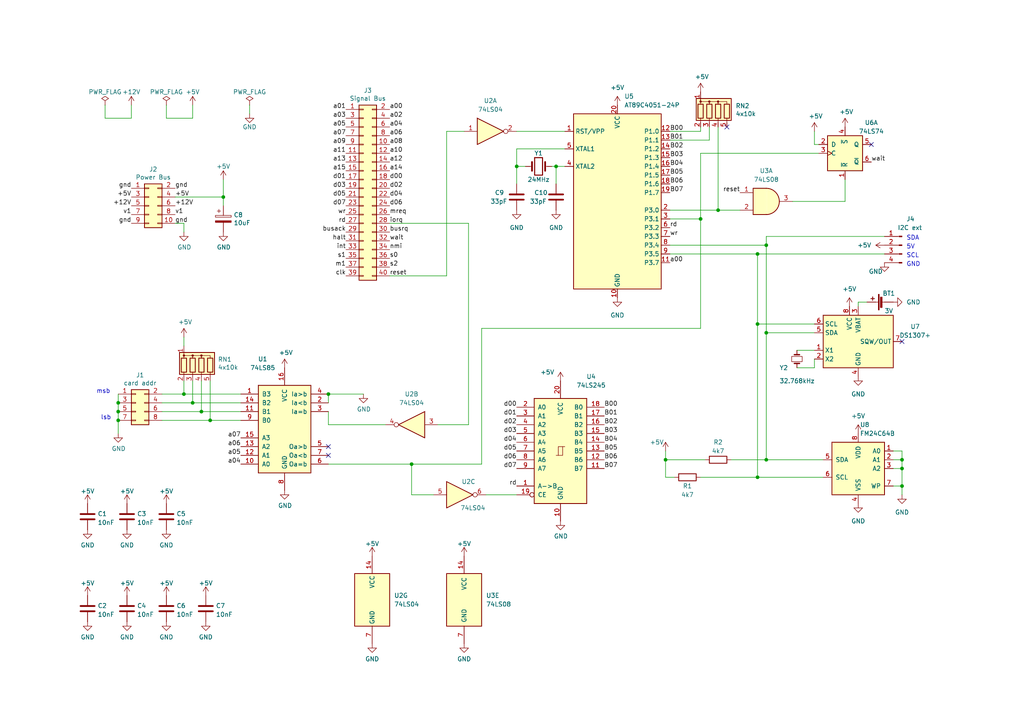
<source format=kicad_sch>
(kicad_sch (version 20211123) (generator eeschema)
  (paper "A4")
  (lib_symbols
    (symbol "74xx:74LS04"
      (property "Reference" "U" (at 0 1.27 0))
      (property "Value" "74LS04" (at 0 -1.27 0))
      (symbol "74LS04_1_0"
        (pin input line (at -7.62 0 0) (length 3.81) (name "~") (number "1"))
        (pin output inverted (at 7.62 0 180) (length 3.81) (name "~") (number "2"))
      )
      (symbol "74LS04_2_0"
        (pin input line (at -7.62 0 0) (length 3.81) (name "~") (number "3"))
        (pin output inverted (at 7.62 0 180) (length 3.81) (name "~") (number "4"))
      )
      (symbol "74LS04_3_0"
        (pin input line (at -7.62 0 0) (length 3.81) (name "~") (number "5"))
        (pin output inverted (at 7.62 0 180) (length 3.81) (name "~") (number "6"))
      )
      (symbol "74LS04_4_0"
        (pin output inverted (at 7.62 0 180) (length 3.81) (name "~") (number "8"))
        (pin input line (at -7.62 0 0) (length 3.81) (name "~") (number "9"))
      )
      (symbol "74LS04_5_0"
        (pin output inverted (at 7.62 0 180) (length 3.81) (name "~") (number "10"))
        (pin input line (at -7.62 0 0) (length 3.81) (name "~") (number "11"))
      )
      (symbol "74LS04_6_0"
        (pin output inverted (at 7.62 0 180) (length 3.81) (name "~") (number "12"))
        (pin input line (at -7.62 0 0) (length 3.81) (name "~") (number "13"))
      )
      (symbol "74LS04_7_0"
        (pin power_in line (at 0 12.7 270) (length 5.08) (name "VCC") (number "14"))
        (pin power_in line (at 0 -12.7 90) (length 5.08) (name "GND") (number "7"))
      )
    )
    (symbol "74xx:74LS08" (pin_names (offset 1.016))
      (property "Reference" "U" (at 0 1.27 0))
      (property "Value" "74LS08" (at 0 -1.27 0))
      (symbol "74LS08_1_1"
        (pin input line (at -7.62 2.54 0) (length 3.81) (name "~") (number "1"))
        (pin input line (at -7.62 -2.54 0) (length 3.81) (name "~") (number "2"))
        (pin output line (at 7.62 0 180) (length 3.81) (name "~") (number "3"))
      )
      (symbol "74LS08_1_2"
        (pin input inverted (at -7.62 2.54 0) (length 4.318) (name "~") (number "1"))
        (pin input inverted (at -7.62 -2.54 0) (length 4.318) (name "~") (number "2"))
        (pin output inverted (at 7.62 0 180) (length 3.81) (name "~") (number "3"))
      )
      (symbol "74LS08_2_1"
        (pin input line (at -7.62 2.54 0) (length 3.81) (name "~") (number "4"))
        (pin input line (at -7.62 -2.54 0) (length 3.81) (name "~") (number "5"))
        (pin output line (at 7.62 0 180) (length 3.81) (name "~") (number "6"))
      )
      (symbol "74LS08_2_2"
        (pin input inverted (at -7.62 2.54 0) (length 4.318) (name "~") (number "4"))
        (pin input inverted (at -7.62 -2.54 0) (length 4.318) (name "~") (number "5"))
        (pin output inverted (at 7.62 0 180) (length 3.81) (name "~") (number "6"))
      )
      (symbol "74LS08_3_1"
        (pin input line (at -7.62 -2.54 0) (length 3.81) (name "~") (number "10"))
        (pin output line (at 7.62 0 180) (length 3.81) (name "~") (number "8"))
        (pin input line (at -7.62 2.54 0) (length 3.81) (name "~") (number "9"))
      )
      (symbol "74LS08_3_2"
        (pin input inverted (at -7.62 -2.54 0) (length 4.318) (name "~") (number "10"))
        (pin output inverted (at 7.62 0 180) (length 3.81) (name "~") (number "8"))
        (pin input inverted (at -7.62 2.54 0) (length 4.318) (name "~") (number "9"))
      )
      (symbol "74LS08_4_1"
        (pin output line (at 7.62 0 180) (length 3.81) (name "~") (number "11"))
        (pin input line (at -7.62 2.54 0) (length 3.81) (name "~") (number "12"))
        (pin input line (at -7.62 -2.54 0) (length 3.81) (name "~") (number "13"))
      )
      (symbol "74LS08_4_2"
        (pin output inverted (at 7.62 0 180) (length 3.81) (name "~") (number "11"))
        (pin input inverted (at -7.62 2.54 0) (length 4.318) (name "~") (number "12"))
        (pin input inverted (at -7.62 -2.54 0) (length 4.318) (name "~") (number "13"))
      )
      (symbol "74LS08_5_0"
        (pin power_in line (at 0 12.7 270) (length 5.08) (name "VCC") (number "14"))
        (pin power_in line (at 0 -12.7 90) (length 5.08) (name "GND") (number "7"))
      )
    )
    (symbol "74xx:74LS245" (pin_names (offset 1.016))
      (property "Reference" "U" (at -7.62 16.51 0))
      (property "Value" "74LS245" (at -7.62 -16.51 0))
      (symbol "74LS245_1_0"
        (pin input line (at -12.7 -10.16 0) (length 5.08) (name "A->B") (number "1"))
        (pin power_in line (at 0 -20.32 90) (length 5.08) (name "GND") (number "10"))
        (pin tri_state line (at 12.7 -5.08 180) (length 5.08) (name "B7") (number "11"))
        (pin tri_state line (at 12.7 -2.54 180) (length 5.08) (name "B6") (number "12"))
        (pin tri_state line (at 12.7 0 180) (length 5.08) (name "B5") (number "13"))
        (pin tri_state line (at 12.7 2.54 180) (length 5.08) (name "B4") (number "14"))
        (pin tri_state line (at 12.7 5.08 180) (length 5.08) (name "B3") (number "15"))
        (pin tri_state line (at 12.7 7.62 180) (length 5.08) (name "B2") (number "16"))
        (pin tri_state line (at 12.7 10.16 180) (length 5.08) (name "B1") (number "17"))
        (pin tri_state line (at 12.7 12.7 180) (length 5.08) (name "B0") (number "18"))
        (pin input inverted (at -12.7 -12.7 0) (length 5.08) (name "CE") (number "19"))
        (pin tri_state line (at -12.7 12.7 0) (length 5.08) (name "A0") (number "2"))
        (pin power_in line (at 0 20.32 270) (length 5.08) (name "VCC") (number "20"))
        (pin tri_state line (at -12.7 10.16 0) (length 5.08) (name "A1") (number "3"))
        (pin tri_state line (at -12.7 7.62 0) (length 5.08) (name "A2") (number "4"))
        (pin tri_state line (at -12.7 5.08 0) (length 5.08) (name "A3") (number "5"))
        (pin tri_state line (at -12.7 2.54 0) (length 5.08) (name "A4") (number "6"))
        (pin tri_state line (at -12.7 0 0) (length 5.08) (name "A5") (number "7"))
        (pin tri_state line (at -12.7 -2.54 0) (length 5.08) (name "A6") (number "8"))
        (pin tri_state line (at -12.7 -5.08 0) (length 5.08) (name "A7") (number "9"))
      )
    )
    (symbol "74xx:74LS74" (pin_names (offset 1.016))
      (property "Reference" "U" (at -7.62 8.89 0))
      (property "Value" "74LS74" (at -7.62 -8.89 0))
      (symbol "74LS74_1_0"
        (pin input line (at 0 -7.62 90) (length 2.54) (name "~{R}") (number "1"))
        (pin input line (at -7.62 2.54 0) (length 2.54) (name "D") (number "2"))
        (pin input clock (at -7.62 0 0) (length 2.54) (name "C") (number "3"))
        (pin input line (at 0 7.62 270) (length 2.54) (name "~{S}") (number "4"))
        (pin output line (at 7.62 2.54 180) (length 2.54) (name "Q") (number "5"))
        (pin output line (at 7.62 -2.54 180) (length 2.54) (name "~{Q}") (number "6"))
      )
      (symbol "74LS74_2_0"
        (pin input line (at 0 7.62 270) (length 2.54) (name "~{S}") (number "10"))
        (pin input clock (at -7.62 0 0) (length 2.54) (name "C") (number "11"))
        (pin input line (at -7.62 2.54 0) (length 2.54) (name "D") (number "12"))
        (pin input line (at 0 -7.62 90) (length 2.54) (name "~{R}") (number "13"))
        (pin output line (at 7.62 -2.54 180) (length 2.54) (name "~{Q}") (number "8"))
        (pin output line (at 7.62 2.54 180) (length 2.54) (name "Q") (number "9"))
      )
      (symbol "74LS74_3_0"
        (pin power_in line (at 0 10.16 270) (length 2.54) (name "VCC") (number "14"))
        (pin power_in line (at 0 -10.16 90) (length 2.54) (name "GND") (number "7"))
      )
    )
    (symbol "74xx:74LS85" (pin_names (offset 1.016))
      (property "Reference" "U" (at -7.62 13.97 0))
      (property "Value" "74LS85" (at -7.62 -13.97 0))
      (symbol "74LS85_1_0"
        (pin input line (at -12.7 10.16 0) (length 5.08) (name "B3") (number "1"))
        (pin input line (at -12.7 -10.16 0) (length 5.08) (name "A0") (number "10"))
        (pin input line (at -12.7 5.08 0) (length 5.08) (name "B1") (number "11"))
        (pin input line (at -12.7 -7.62 0) (length 5.08) (name "A1") (number "12"))
        (pin input line (at -12.7 -5.08 0) (length 5.08) (name "A2") (number "13"))
        (pin input line (at -12.7 7.62 0) (length 5.08) (name "B2") (number "14"))
        (pin input line (at -12.7 -2.54 0) (length 5.08) (name "A3") (number "15"))
        (pin power_in line (at 0 17.78 270) (length 5.08) (name "VCC") (number "16"))
        (pin input line (at 12.7 7.62 180) (length 5.08) (name "Ia<b") (number "2"))
        (pin input line (at 12.7 5.08 180) (length 5.08) (name "Ia=b") (number "3"))
        (pin input line (at 12.7 10.16 180) (length 5.08) (name "Ia>b") (number "4"))
        (pin output line (at 12.7 -5.08 180) (length 5.08) (name "Oa>b") (number "5"))
        (pin output line (at 12.7 -10.16 180) (length 5.08) (name "Oa=b") (number "6"))
        (pin output line (at 12.7 -7.62 180) (length 5.08) (name "Oa<b") (number "7"))
        (pin power_in line (at 0 -17.78 90) (length 5.08) (name "GND") (number "8"))
        (pin input line (at -12.7 2.54 0) (length 5.08) (name "B0") (number "9"))
      )
    )
    (symbol "Connector:Conn_01x04_Male" (pin_names (offset 1.016) hide)
      (property "Reference" "J" (at 0 5.08 0))
      (property "Value" "Conn_01x04_Male" (at 0 -7.62 0))
      (symbol "Conn_01x04_Male_1_1"
        (pin passive line (at 5.08 2.54 180) (length 3.81) (name "Pin_1") (number "1"))
        (pin passive line (at 5.08 0 180) (length 3.81) (name "Pin_2") (number "2"))
        (pin passive line (at 5.08 -2.54 180) (length 3.81) (name "Pin_3") (number "3"))
        (pin passive line (at 5.08 -5.08 180) (length 3.81) (name "Pin_4") (number "4"))
      )
    )
    (symbol "Connector_Generic:Conn_02x04_Odd_Even" (pin_names (offset 1.016) hide)
      (property "Reference" "J" (at 1.27 5.08 0))
      (property "Value" "Conn_02x04_Odd_Even" (at 1.27 -7.62 0))
      (symbol "Conn_02x04_Odd_Even_1_1"
        (pin passive line (at -5.08 2.54 0) (length 3.81) (name "Pin_1") (number "1"))
        (pin passive line (at 7.62 2.54 180) (length 3.81) (name "Pin_2") (number "2"))
        (pin passive line (at -5.08 0 0) (length 3.81) (name "Pin_3") (number "3"))
        (pin passive line (at 7.62 0 180) (length 3.81) (name "Pin_4") (number "4"))
        (pin passive line (at -5.08 -2.54 0) (length 3.81) (name "Pin_5") (number "5"))
        (pin passive line (at 7.62 -2.54 180) (length 3.81) (name "Pin_6") (number "6"))
        (pin passive line (at -5.08 -5.08 0) (length 3.81) (name "Pin_7") (number "7"))
        (pin passive line (at 7.62 -5.08 180) (length 3.81) (name "Pin_8") (number "8"))
      )
    )
    (symbol "Connector_Generic:Conn_02x05_Odd_Even" (pin_names (offset 1.016) hide)
      (property "Reference" "J" (at 1.27 7.62 0))
      (property "Value" "Conn_02x05_Odd_Even" (at 1.27 -7.62 0))
      (symbol "Conn_02x05_Odd_Even_1_1"
        (pin passive line (at -5.08 5.08 0) (length 3.81) (name "Pin_1") (number "1"))
        (pin passive line (at 7.62 -5.08 180) (length 3.81) (name "Pin_10") (number "10"))
        (pin passive line (at 7.62 5.08 180) (length 3.81) (name "Pin_2") (number "2"))
        (pin passive line (at -5.08 2.54 0) (length 3.81) (name "Pin_3") (number "3"))
        (pin passive line (at 7.62 2.54 180) (length 3.81) (name "Pin_4") (number "4"))
        (pin passive line (at -5.08 0 0) (length 3.81) (name "Pin_5") (number "5"))
        (pin passive line (at 7.62 0 180) (length 3.81) (name "Pin_6") (number "6"))
        (pin passive line (at -5.08 -2.54 0) (length 3.81) (name "Pin_7") (number "7"))
        (pin passive line (at 7.62 -2.54 180) (length 3.81) (name "Pin_8") (number "8"))
        (pin passive line (at -5.08 -5.08 0) (length 3.81) (name "Pin_9") (number "9"))
      )
    )
    (symbol "Connector_Generic:Conn_02x20_Odd_Even" (pin_names (offset 1.016) hide)
      (property "Reference" "J" (at 1.27 25.4 0))
      (property "Value" "Conn_02x20_Odd_Even" (at 1.27 -27.94 0))
      (symbol "Conn_02x20_Odd_Even_1_1"
        (pin passive line (at -5.08 22.86 0) (length 3.81) (name "Pin_1") (number "1"))
        (pin passive line (at 7.62 12.7 180) (length 3.81) (name "Pin_10") (number "10"))
        (pin passive line (at -5.08 10.16 0) (length 3.81) (name "Pin_11") (number "11"))
        (pin passive line (at 7.62 10.16 180) (length 3.81) (name "Pin_12") (number "12"))
        (pin passive line (at -5.08 7.62 0) (length 3.81) (name "Pin_13") (number "13"))
        (pin passive line (at 7.62 7.62 180) (length 3.81) (name "Pin_14") (number "14"))
        (pin passive line (at -5.08 5.08 0) (length 3.81) (name "Pin_15") (number "15"))
        (pin passive line (at 7.62 5.08 180) (length 3.81) (name "Pin_16") (number "16"))
        (pin passive line (at -5.08 2.54 0) (length 3.81) (name "Pin_17") (number "17"))
        (pin passive line (at 7.62 2.54 180) (length 3.81) (name "Pin_18") (number "18"))
        (pin passive line (at -5.08 0 0) (length 3.81) (name "Pin_19") (number "19"))
        (pin passive line (at 7.62 22.86 180) (length 3.81) (name "Pin_2") (number "2"))
        (pin passive line (at 7.62 0 180) (length 3.81) (name "Pin_20") (number "20"))
        (pin passive line (at -5.08 -2.54 0) (length 3.81) (name "Pin_21") (number "21"))
        (pin passive line (at 7.62 -2.54 180) (length 3.81) (name "Pin_22") (number "22"))
        (pin passive line (at -5.08 -5.08 0) (length 3.81) (name "Pin_23") (number "23"))
        (pin passive line (at 7.62 -5.08 180) (length 3.81) (name "Pin_24") (number "24"))
        (pin passive line (at -5.08 -7.62 0) (length 3.81) (name "Pin_25") (number "25"))
        (pin passive line (at 7.62 -7.62 180) (length 3.81) (name "Pin_26") (number "26"))
        (pin passive line (at -5.08 -10.16 0) (length 3.81) (name "Pin_27") (number "27"))
        (pin passive line (at 7.62 -10.16 180) (length 3.81) (name "Pin_28") (number "28"))
        (pin passive line (at -5.08 -12.7 0) (length 3.81) (name "Pin_29") (number "29"))
        (pin passive line (at -5.08 20.32 0) (length 3.81) (name "Pin_3") (number "3"))
        (pin passive line (at 7.62 -12.7 180) (length 3.81) (name "Pin_30") (number "30"))
        (pin passive line (at -5.08 -15.24 0) (length 3.81) (name "Pin_31") (number "31"))
        (pin passive line (at 7.62 -15.24 180) (length 3.81) (name "Pin_32") (number "32"))
        (pin passive line (at -5.08 -17.78 0) (length 3.81) (name "Pin_33") (number "33"))
        (pin passive line (at 7.62 -17.78 180) (length 3.81) (name "Pin_34") (number "34"))
        (pin passive line (at -5.08 -20.32 0) (length 3.81) (name "Pin_35") (number "35"))
        (pin passive line (at 7.62 -20.32 180) (length 3.81) (name "Pin_36") (number "36"))
        (pin passive line (at -5.08 -22.86 0) (length 3.81) (name "Pin_37") (number "37"))
        (pin passive line (at 7.62 -22.86 180) (length 3.81) (name "Pin_38") (number "38"))
        (pin passive line (at -5.08 -25.4 0) (length 3.81) (name "Pin_39") (number "39"))
        (pin passive line (at 7.62 20.32 180) (length 3.81) (name "Pin_4") (number "4"))
        (pin passive line (at 7.62 -25.4 180) (length 3.81) (name "Pin_40") (number "40"))
        (pin passive line (at -5.08 17.78 0) (length 3.81) (name "Pin_5") (number "5"))
        (pin passive line (at 7.62 17.78 180) (length 3.81) (name "Pin_6") (number "6"))
        (pin passive line (at -5.08 15.24 0) (length 3.81) (name "Pin_7") (number "7"))
        (pin passive line (at 7.62 15.24 180) (length 3.81) (name "Pin_8") (number "8"))
        (pin passive line (at -5.08 12.7 0) (length 3.81) (name "Pin_9") (number "9"))
      )
    )
    (symbol "Device:Battery_Cell" (pin_numbers hide) (pin_names (offset 0) hide)
      (property "Reference" "BT" (at 2.54 2.54 0))
      (property "Value" "Battery_Cell" (at 2.54 0 0))
      (symbol "Battery_Cell_1_1"
        (pin passive line (at 0 5.08 270) (length 2.54) (name "+") (number "1"))
        (pin passive line (at 0 -2.54 90) (length 2.54) (name "-") (number "2"))
      )
    )
    (symbol "Device:C" (pin_numbers hide) (pin_names (offset 0.254))
      (property "Reference" "C" (at 0.635 2.54 0))
      (property "Value" "C" (at 0.635 -2.54 0))
      (symbol "C_1_1"
        (pin passive line (at 0 3.81 270) (length 2.794) (name "~") (number "1"))
        (pin passive line (at 0 -3.81 90) (length 2.794) (name "~") (number "2"))
      )
    )
    (symbol "Device:CP" (pin_numbers hide) (pin_names (offset 0.254))
      (property "Reference" "C" (at 0.635 2.54 0))
      (property "Value" "Device_CP" (at 0.635 -2.54 0))
      (symbol "CP_1_1"
        (pin passive line (at 0 3.81 270) (length 2.794) (name "~") (number "1"))
        (pin passive line (at 0 -3.81 90) (length 2.794) (name "~") (number "2"))
      )
    )
    (symbol "Device:Crystal" (pin_numbers hide) (pin_names (offset 1.016) hide)
      (property "Reference" "Y" (at 0 3.81 0))
      (property "Value" "Crystal" (at 0 -3.81 0))
      (symbol "Crystal_1_1"
        (pin passive line (at -3.81 0 0) (length 1.27) (name "1") (number "1"))
        (pin passive line (at 3.81 0 180) (length 1.27) (name "2") (number "2"))
      )
    )
    (symbol "Device:Crystal_Small" (pin_numbers hide) (pin_names (offset 1.016) hide)
      (property "Reference" "Y" (at 0 2.54 0))
      (property "Value" "Crystal_Small" (at 0 -2.54 0))
      (symbol "Crystal_Small_1_1"
        (pin passive line (at -2.54 0 0) (length 1.27) (name "1") (number "1"))
        (pin passive line (at 2.54 0 180) (length 1.27) (name "2") (number "2"))
      )
    )
    (symbol "Device:R" (pin_numbers hide) (pin_names (offset 0))
      (property "Reference" "R" (at 2.032 0 90))
      (property "Value" "R" (at 0 0 90))
      (symbol "R_1_1"
        (pin passive line (at 0 3.81 270) (length 1.27) (name "~") (number "1"))
        (pin passive line (at 0 -3.81 90) (length 1.27) (name "~") (number "2"))
      )
    )
    (symbol "Device:R_Network04" (pin_names (offset 0) hide)
      (property "Reference" "RN" (at -7.62 0 90))
      (property "Value" "R_Network04" (at 5.08 0 90))
      (symbol "R_Network04_1_1"
        (pin passive line (at -5.08 5.08 270) (length 2.54) (name "common") (number "1"))
        (pin passive line (at -5.08 -5.08 90) (length 1.27) (name "R1") (number "2"))
        (pin passive line (at -2.54 -5.08 90) (length 1.27) (name "R2") (number "3"))
        (pin passive line (at 0 -5.08 90) (length 1.27) (name "R3") (number "4"))
        (pin passive line (at 2.54 -5.08 90) (length 1.27) (name "R4") (number "5"))
      )
    )
    (symbol "MCU_Microchip_8051:AT89C4051-24P"
      (property "Reference" "U" (at -12.7 26.67 0))
      (property "Value" "AT89C4051-24P" (at 2.54 -26.67 0))
      (symbol "AT89C4051-24P_1_1"
        (pin input line (at -15.24 20.32 0) (length 2.54) (name "RST/VPP") (number "1"))
        (pin power_in line (at 0 -27.94 90) (length 2.54) (name "GND") (number "10"))
        (pin bidirectional line (at 15.24 -17.78 180) (length 2.54) (name "P3.7") (number "11"))
        (pin bidirectional line (at 15.24 20.32 180) (length 2.54) (name "P1.0") (number "12"))
        (pin bidirectional line (at 15.24 17.78 180) (length 2.54) (name "P1.1") (number "13"))
        (pin bidirectional line (at 15.24 15.24 180) (length 2.54) (name "P1.2") (number "14"))
        (pin bidirectional line (at 15.24 12.7 180) (length 2.54) (name "P1.3") (number "15"))
        (pin bidirectional line (at 15.24 10.16 180) (length 2.54) (name "P1.4") (number "16"))
        (pin bidirectional line (at 15.24 7.62 180) (length 2.54) (name "P1.5") (number "17"))
        (pin bidirectional line (at 15.24 5.08 180) (length 2.54) (name "P1.6") (number "18"))
        (pin bidirectional line (at 15.24 2.54 180) (length 2.54) (name "P1.7") (number "19"))
        (pin bidirectional line (at 15.24 -2.54 180) (length 2.54) (name "P3.0") (number "2"))
        (pin power_in line (at 0 27.94 270) (length 2.54) (name "VCC") (number "20"))
        (pin bidirectional line (at 15.24 -5.08 180) (length 2.54) (name "P3.1") (number "3"))
        (pin output line (at -15.24 10.16 0) (length 2.54) (name "XTAL2") (number "4"))
        (pin input line (at -15.24 15.24 0) (length 2.54) (name "XTAL1") (number "5"))
        (pin bidirectional line (at 15.24 -7.62 180) (length 2.54) (name "P3.2") (number "6"))
        (pin bidirectional line (at 15.24 -10.16 180) (length 2.54) (name "P3.3") (number "7"))
        (pin bidirectional line (at 15.24 -12.7 180) (length 2.54) (name "P3.4") (number "8"))
        (pin bidirectional line (at 15.24 -15.24 180) (length 2.54) (name "P3.5") (number "9"))
      )
    )
    (symbol "Memory_NVRAM:FM24C64B" (pin_names (offset 1.016))
      (property "Reference" "U" (at -5.08 8.89 0))
      (property "Value" "FM24C64B" (at 6.35 -8.89 0))
      (symbol "FM24C64B_1_1"
        (pin input line (at -10.16 5.08 0) (length 2.54) (name "A0") (number "1"))
        (pin input line (at -10.16 2.54 0) (length 2.54) (name "A1") (number "2"))
        (pin input line (at -10.16 0 0) (length 2.54) (name "A2") (number "3"))
        (pin power_in line (at 0 -10.16 90) (length 2.54) (name "VSS") (number "4"))
        (pin bidirectional line (at 10.16 2.54 180) (length 2.54) (name "SDA") (number "5"))
        (pin input line (at 10.16 -2.54 180) (length 2.54) (name "SCL") (number "6"))
        (pin input line (at -10.16 -5.08 0) (length 2.54) (name "WP") (number "7"))
        (pin power_in line (at 0 10.16 270) (length 2.54) (name "VDD") (number "8"))
      )
    )
    (symbol "Timer_RTC:DS1307+"
      (property "Reference" "U" (at -8.89 8.89 0))
      (property "Value" "DS1307+" (at 1.27 8.89 0))
      (symbol "DS1307+_1_1"
        (pin input line (at -12.7 -2.54 0) (length 2.54) (name "X1") (number "1"))
        (pin input line (at -12.7 -5.08 0) (length 2.54) (name "X2") (number "2"))
        (pin power_in line (at 0 10.16 270) (length 2.54) (name "VBAT") (number "3"))
        (pin power_in line (at 0 -10.16 90) (length 2.54) (name "GND") (number "4"))
        (pin bidirectional line (at -12.7 2.54 0) (length 2.54) (name "SDA") (number "5"))
        (pin input line (at -12.7 5.08 0) (length 2.54) (name "SCL") (number "6"))
        (pin open_collector line (at 12.7 0 180) (length 2.54) (name "SQW/OUT") (number "7"))
        (pin power_in line (at -2.54 10.16 270) (length 2.54) (name "VCC") (number "8"))
      )
    )
    (symbol "power:+12V" (power) (pin_names (offset 0))
      (property "Value" "+12V" (at 0 3.556 0))
      (symbol "+12V_1_1"
        (pin power_in line (at 0 0 90) (length 0) hide (name "+12V") (number "1"))
      )
    )
    (symbol "power:+5V" (power) (pin_names (offset 0))
      (property "Value" "+5V" (at 0 3.556 0))
      (symbol "+5V_1_1"
        (pin power_in line (at 0 0 90) (length 0) hide (name "+5V") (number "1"))
      )
    )
    (symbol "power:GND" (power) (pin_names (offset 0))
      (property "Value" "GND" (at 0 -3.81 0))
      (symbol "GND_1_1"
        (pin power_in line (at 0 0 270) (length 0) hide (name "GND") (number "1"))
      )
    )
    (symbol "power:PWR_FLAG" (power) (pin_numbers hide) (pin_names (offset 0) hide)
      (property "Value" "PWR_FLAG" (at 0 3.81 0))
      (symbol "PWR_FLAG_0_0"
        (pin power_out line (at 0 0 90) (length 0) (name "pwr") (number "1"))
      )
    )
  )
  (junction (at 222.25 96.52))
  (junction (at 193.04 133.35))
  (junction (at 34.29 121.92))
  (junction (at 261.62 133.35))
  (junction (at 261.62 140.97))
  (junction (at 222.25 71.12))
  (junction (at 55.88 116.84))
  (junction (at 149.86 48.26))
  (junction (at 34.29 116.84))
  (junction (at 222.25 133.35))
  (junction (at 219.71 138.43))
  (junction (at 119.38 134.62))
  (junction (at 60.96 121.92))
  (junction (at 34.29 119.38))
  (junction (at 219.71 93.98))
  (junction (at 58.42 119.38))
  (junction (at 261.62 135.89))
  (junction (at 208.28 60.96))
  (junction (at 64.77 57.15))
  (junction (at 95.25 114.3))
  (junction (at 53.34 114.3))
  (junction (at 219.71 73.66))
  (junction (at 203.2 63.5))
  (junction (at 161.29 48.26))
  (no_connect (at 95.25 129.54))
  (no_connect (at 95.25 132.08))
  (no_connect (at 210.82 36.83))
  (no_connect (at 261.62 99.06))
  (no_connect (at 252.73 41.91))
  (wire (pts (xy 55.88 116.84) (xy 69.85 116.84)))
  (wire (pts (xy 161.29 48.26) (xy 163.83 48.26)))
  (wire (pts (xy 248.92 87.63) (xy 248.92 88.9)))
  (wire (pts (xy 236.22 104.14) (xy 236.22 106.68)))
  (wire (pts (xy 119.38 143.51) (xy 119.38 134.62)))
  (wire (pts (xy 50.8 57.15) (xy 64.77 57.15)))
  (wire (pts (xy 231.14 101.6) (xy 236.22 101.6)))
  (wire (pts (xy 34.29 114.3) (xy 34.29 116.84)))
  (wire (pts (xy 256.54 68.58) (xy 222.25 68.58)))
  (wire (pts (xy 139.7 95.25) (xy 139.7 134.62)))
  (wire (pts (xy 72.39 30.48) (xy 72.39 33.02)))
  (wire (pts (xy 58.42 119.38) (xy 69.85 119.38)))
  (wire (pts (xy 149.86 43.18) (xy 149.86 48.26)))
  (wire (pts (xy 95.25 114.3) (xy 95.25 116.84)))
  (wire (pts (xy 38.1 34.29) (xy 38.1 30.48)))
  (wire (pts (xy 236.22 93.98) (xy 219.71 93.98)))
  (wire (pts (xy 222.25 133.35) (xy 238.76 133.35)))
  (wire (pts (xy 261.62 133.35) (xy 261.62 135.89)))
  (wire (pts (xy 55.88 110.49) (xy 55.88 116.84)))
  (wire (pts (xy 251.46 87.63) (xy 248.92 87.63)))
  (wire (pts (xy 222.25 71.12) (xy 222.25 96.52)))
  (wire (pts (xy 58.42 110.49) (xy 58.42 119.38)))
  (wire (pts (xy 34.29 119.38) (xy 34.29 121.92)))
  (wire (pts (xy 222.25 96.52) (xy 236.22 96.52)))
  (wire (pts (xy 46.99 116.84) (xy 55.88 116.84)))
  (wire (pts (xy 129.54 80.01) (xy 129.54 38.1)))
  (wire (pts (xy 203.2 38.1) (xy 203.2 36.83)))
  (wire (pts (xy 203.2 63.5) (xy 194.31 63.5)))
  (wire (pts (xy 203.2 44.45) (xy 237.49 44.45)))
  (wire (pts (xy 127 123.19) (xy 135.89 123.19)))
  (wire (pts (xy 222.25 68.58) (xy 222.25 71.12)))
  (wire (pts (xy 60.96 121.92) (xy 69.85 121.92)))
  (wire (pts (xy 119.38 134.62) (xy 139.7 134.62)))
  (wire (pts (xy 95.25 123.19) (xy 95.25 119.38)))
  (wire (pts (xy 163.83 43.18) (xy 149.86 43.18)))
  (wire (pts (xy 245.11 58.42) (xy 245.11 52.07)))
  (wire (pts (xy 48.26 30.48) (xy 48.26 34.29)))
  (wire (pts (xy 222.25 96.52) (xy 222.25 133.35)))
  (wire (pts (xy 194.31 71.12) (xy 222.25 71.12)))
  (wire (pts (xy 48.26 34.29) (xy 55.88 34.29)))
  (wire (pts (xy 34.29 116.84) (xy 34.29 119.38)))
  (wire (pts (xy 50.8 64.77) (xy 53.34 64.77)))
  (wire (pts (xy 194.31 38.1) (xy 203.2 38.1)))
  (wire (pts (xy 236.22 41.91) (xy 236.22 38.1)))
  (wire (pts (xy 149.86 48.26) (xy 152.4 48.26)))
  (wire (pts (xy 135.89 64.77) (xy 135.89 123.19)))
  (wire (pts (xy 212.09 133.35) (xy 222.25 133.35)))
  (wire (pts (xy 219.71 138.43) (xy 238.76 138.43)))
  (wire (pts (xy 261.62 140.97) (xy 261.62 143.51)))
  (wire (pts (xy 261.62 130.81) (xy 261.62 133.35)))
  (wire (pts (xy 161.29 48.26) (xy 161.29 53.34)))
  (wire (pts (xy 64.77 57.15) (xy 64.77 59.69)))
  (wire (pts (xy 160.02 48.26) (xy 161.29 48.26)))
  (wire (pts (xy 193.04 130.81) (xy 193.04 133.35)))
  (wire (pts (xy 261.62 135.89) (xy 261.62 140.97)))
  (wire (pts (xy 129.54 80.01) (xy 113.03 80.01)))
  (wire (pts (xy 46.99 119.38) (xy 58.42 119.38)))
  (wire (pts (xy 53.34 64.77) (xy 53.34 67.31)))
  (wire (pts (xy 193.04 133.35) (xy 193.04 138.43)))
  (wire (pts (xy 203.2 44.45) (xy 203.2 63.5)))
  (wire (pts (xy 229.87 58.42) (xy 245.11 58.42)))
  (wire (pts (xy 60.96 110.49) (xy 60.96 121.92)))
  (wire (pts (xy 149.86 38.1) (xy 163.83 38.1)))
  (wire (pts (xy 205.74 40.64) (xy 205.74 36.83)))
  (wire (pts (xy 208.28 36.83) (xy 208.28 60.96)))
  (wire (pts (xy 139.7 95.25) (xy 203.2 95.25)))
  (wire (pts (xy 125.73 143.51) (xy 119.38 143.51)))
  (wire (pts (xy 208.28 60.96) (xy 214.63 60.96)))
  (wire (pts (xy 95.25 134.62) (xy 119.38 134.62)))
  (wire (pts (xy 193.04 138.43) (xy 195.58 138.43)))
  (wire (pts (xy 105.41 114.3) (xy 95.25 114.3)))
  (wire (pts (xy 30.48 34.29) (xy 38.1 34.29)))
  (wire (pts (xy 53.34 97.79) (xy 53.34 100.33)))
  (wire (pts (xy 46.99 114.3) (xy 53.34 114.3)))
  (wire (pts (xy 113.03 64.77) (xy 135.89 64.77)))
  (wire (pts (xy 194.31 73.66) (xy 219.71 73.66)))
  (wire (pts (xy 129.54 38.1) (xy 134.62 38.1)))
  (wire (pts (xy 259.08 140.97) (xy 261.62 140.97)))
  (wire (pts (xy 203.2 63.5) (xy 203.2 95.25)))
  (wire (pts (xy 30.48 30.48) (xy 30.48 34.29)))
  (wire (pts (xy 194.31 40.64) (xy 205.74 40.64)))
  (wire (pts (xy 259.08 133.35) (xy 261.62 133.35)))
  (wire (pts (xy 64.77 52.07) (xy 64.77 57.15)))
  (wire (pts (xy 237.49 41.91) (xy 236.22 41.91)))
  (wire (pts (xy 46.99 121.92) (xy 60.96 121.92)))
  (wire (pts (xy 34.29 125.73) (xy 34.29 121.92)))
  (wire (pts (xy 219.71 73.66) (xy 219.71 93.98)))
  (wire (pts (xy 194.31 60.96) (xy 208.28 60.96)))
  (wire (pts (xy 219.71 93.98) (xy 219.71 138.43)))
  (wire (pts (xy 259.08 130.81) (xy 261.62 130.81)))
  (wire (pts (xy 111.76 123.19) (xy 95.25 123.19)))
  (wire (pts (xy 53.34 110.49) (xy 53.34 114.3)))
  (wire (pts (xy 149.86 143.51) (xy 140.97 143.51)))
  (wire (pts (xy 259.08 135.89) (xy 261.62 135.89)))
  (wire (pts (xy 55.88 34.29) (xy 55.88 30.48)))
  (wire (pts (xy 236.22 106.68) (xy 231.14 106.68)))
  (wire (pts (xy 204.47 133.35) (xy 193.04 133.35)))
  (wire (pts (xy 149.86 48.26) (xy 149.86 53.34)))
  (wire (pts (xy 219.71 73.66) (xy 256.54 73.66)))
  (wire (pts (xy 219.71 138.43) (xy 203.2 138.43)))
  (wire (pts (xy 53.34 114.3) (xy 69.85 114.3)))
  (text "SDA\n" (at 262.89 69.85 0) (effects (font (size 1.27 1.27)) (justify left bottom)))
  (text "5V\n" (at 262.89 72.39 0) (effects (font (size 1.27 1.27)) (justify left bottom)))
  (text "msb" (at 27.94 114.3 0) (effects (font (size 1.27 1.27)) (justify left bottom)))
  (text "lsb" (at 29.21 121.92 0) (effects (font (size 1.27 1.27)) (justify left bottom)))
  (text "SCL" (at 262.89 74.93 0) (effects (font (size 1.27 1.27)) (justify left bottom)))
  (text "GND\n" (at 262.89 77.47 0) (effects (font (size 1.27 1.27)) (justify left bottom)))
  (label "halt" (at 100.33 69.85 180))
  (label "busack" (at 100.33 67.31 180))
  (label "+12V" (at 50.8 59.69 0))
  (label "wr" (at 194.31 68.58 0))
  (label "reset" (at 214.63 55.88 180))
  (label "d06" (at 149.86 133.35 180))
  (label "B03" (at 194.31 45.72 0))
  (label "a02" (at 113.03 34.29 0))
  (label "a00" (at 194.31 76.2 0))
  (label "rd" (at 149.86 140.97 180))
  (label "nmi" (at 113.03 72.39 0))
  (label "v1" (at 38.1 62.23 180))
  (label "B04" (at 194.31 48.26 0))
  (label "B02" (at 194.31 43.18 0))
  (label "a09" (at 100.33 41.91 180))
  (label "B00" (at 175.26 118.11 0))
  (label "a06" (at 113.03 39.37 0))
  (label "B01" (at 175.26 120.65 0))
  (label "B01" (at 194.31 40.64 0))
  (label "B05" (at 175.26 130.81 0))
  (label "rd" (at 100.33 64.77 180))
  (label "gnd" (at 38.1 64.77 180))
  (label "iorq" (at 113.03 64.77 0))
  (label "a07" (at 100.33 39.37 180))
  (label "B06" (at 175.26 133.35 0))
  (label "a00" (at 113.03 31.75 0))
  (label "mreq" (at 113.03 62.23 0))
  (label "d04" (at 149.86 128.27 180))
  (label "a05" (at 69.85 132.08 180))
  (label "a06" (at 69.85 129.54 180))
  (label "a13" (at 100.33 46.99 180))
  (label "a14" (at 113.03 49.53 0))
  (label "a03" (at 100.33 34.29 180))
  (label "a15" (at 100.33 49.53 180))
  (label "reset" (at 113.03 80.01 0))
  (label "d05" (at 100.33 57.15 180))
  (label "a04" (at 113.03 36.83 0))
  (label "B04" (at 175.26 128.27 0))
  (label "B05" (at 194.31 50.8 0))
  (label "busrq" (at 113.03 67.31 0))
  (label "clk" (at 100.33 80.01 180))
  (label "s0" (at 113.03 74.93 0))
  (label "int" (at 100.33 72.39 180))
  (label "wait" (at 252.73 46.99 0))
  (label "d02" (at 149.86 123.19 180))
  (label "d02" (at 113.03 54.61 0))
  (label "d00" (at 113.03 52.07 0))
  (label "+12V" (at 38.1 59.69 180))
  (label "a08" (at 113.03 41.91 0))
  (label "gnd" (at 38.1 54.61 180))
  (label "rd" (at 194.31 66.04 0))
  (label "a04" (at 69.85 134.62 180))
  (label "B03" (at 175.26 125.73 0))
  (label "d01" (at 149.86 120.65 180))
  (label "d07" (at 149.86 135.89 180))
  (label "B00" (at 194.31 38.1 0))
  (label "m1" (at 100.33 77.47 180))
  (label "a12" (at 113.03 46.99 0))
  (label "s1" (at 100.33 74.93 180))
  (label "d07" (at 100.33 59.69 180))
  (label "a11" (at 100.33 44.45 180))
  (label "d04" (at 113.03 57.15 0))
  (label "a07" (at 69.85 127 180))
  (label "a10" (at 113.03 44.45 0))
  (label "wait" (at 113.03 69.85 0))
  (label "gnd" (at 50.8 54.61 0))
  (label "d01" (at 100.33 52.07 180))
  (label "d00" (at 149.86 118.11 180))
  (label "d06" (at 113.03 59.69 0))
  (label "+5V" (at 38.1 57.15 180))
  (label "d03" (at 149.86 125.73 180))
  (label "d03" (at 100.33 54.61 180))
  (label "gnd" (at 50.8 64.77 0))
  (label "+5V" (at 50.8 57.15 0))
  (label "B07" (at 194.31 55.88 0))
  (label "B07" (at 175.26 135.89 0))
  (label "B02" (at 175.26 123.19 0))
  (label "a01" (at 100.33 31.75 180))
  (label "wr" (at 100.33 62.23 180))
  (label "a05" (at 100.33 36.83 180))
  (label "B06" (at 194.31 53.34 0))
  (label "s2" (at 113.03 77.47 0))
  (label "d05" (at 149.86 130.81 180))
  (label "v1" (at 50.8 62.23 0))
  (symbol (lib_id "power:+5V") (at 203.2 26.67 0) (unit 1)
    (property "Reference" "#PWR037" (effects hide))
    (property "Value" "+5V" (at 203.581 22.2758 0))
  )
  (symbol (lib_id "Device:CP") (at 64.77 63.5 0) (unit 1)
    (property "Reference" "C8" (at 67.7672 62.3316 0) (effects (justify left)))
    (property "Value" "10uF" (at 67.7672 64.643 0) (effects (justify left)))
    (property "Footprint" "Capacitor_THT:CP_Radial_D5.0mm_P2.50mm" (effects hide))
  )
  (symbol (lib_id "power:GND") (at 34.29 125.73 0) (unit 1)
    (property "Reference" "#PWR05" (effects hide))
    (property "Value" "GND" (at 34.417 130.1242 0))
  )
  (symbol (lib_id "power:+5V") (at 55.88 30.48 0) (unit 1)
    (property "Reference" "#PWR017" (effects hide))
    (property "Value" "+5V" (at 55.88 26.67 0))
  )
  (symbol (lib_id "Device:C") (at 149.86 57.15 0) (unit 1)
    (property "Reference" "C9" (at 143.51 55.88 0) (effects (justify left)))
    (property "Value" "33pF" (at 142.24 58.42 0) (effects (justify left)))
  )
  (symbol (lib_id "Device:C") (at 161.29 57.15 0) (unit 1)
    (property "Reference" "C10" (at 154.94 55.88 0) (effects (justify left)))
    (property "Value" "33pF" (at 153.67 58.42 0) (effects (justify left)))
  )
  (symbol (lib_id "power:GND") (at 25.4 180.34 0) (unit 1)
    (property "Reference" "#PWR04" (effects hide))
    (property "Value" "GND" (at 25.4 184.7834 0))
  )
  (symbol (lib_id "Device:R_Network04") (at 58.42 105.41 0) (unit 1)
    (property "Reference" "RN1" (at 63.1952 104.2416 0) (effects (justify left)))
    (property "Value" "4x10k" (at 63.1952 106.553 0) (effects (justify left)))
    (property "Footprint" "Resistor_THT:R_Array_SIP5" (effects hide))
    (property "Datasheet" "http://www.vishay.com/docs/31509/csc.pdf" (effects hide))
  )
  (symbol (lib_id "power:+5V") (at 64.77 52.07 0) (unit 1)
    (property "Reference" "#PWR020" (effects hide))
    (property "Value" "+5V" (at 64.77 48.26 0))
  )
  (symbol (lib_id "74xx:74LS04") (at 142.24 38.1 0) (unit 1)
    (property "Reference" "U2" (at 142.24 29.21 0))
    (property "Value" "74LS04" (at 142.24 31.75 0))
    (property "Datasheet" "http://www.ti.com/lit/gpn/sn74LS04" (effects hide))
  )
  (symbol (lib_id "Device:R_Network04") (at 208.28 31.75 0) (unit 1)
    (property "Reference" "RN2" (at 213.36 30.7086 0) (effects (justify left)))
    (property "Value" "4x10k" (at 213.36 33.02 0) (effects (justify left)))
    (property "Footprint" "Resistor_THT:R_Array_SIP5" (effects hide))
    (property "Datasheet" "http://www.vishay.com/docs/31509/csc.pdf" (effects hide))
  )
  (symbol (lib_id "Connector:Conn_01x04_Male") (at 261.62 71.12 0) (mirror y) (unit 1)
    (property "Reference" "J4" (at 262.89 63.5 0) (effects (justify right)))
    (property "Value" "I2C ext" (at 260.35 66.04 0) (effects (justify right)))
  )
  (symbol (lib_id "power:+5V") (at 193.04 130.81 0) (mirror y) (unit 1)
    (property "Reference" "#PWR036" (effects hide))
    (property "Value" "+5V" (at 190.5 128.27 0))
  )
  (symbol (lib_id "power:GND") (at 25.4 153.67 0) (unit 1)
    (property "Reference" "#PWR02" (effects hide))
    (property "Value" "GND" (at 25.4 158.1134 0))
  )
  (symbol (lib_id "power:GND") (at 259.08 87.63 90) (unit 1)
    (property "Reference" "#PWR046" (effects hide))
    (property "Value" "GND" (at 262.89 87.6299 90) (effects (justify right)))
  )
  (symbol (lib_id "Memory_NVRAM:FM24C64B") (at 248.92 135.89 0) (mirror y) (unit 1)
    (property "Reference" "U8" (at 249.4406 123.19 0) (effects (justify right)))
    (property "Value" "FM24C64B" (at 249.4406 125.73 0) (effects (justify right)))
    (property "Footprint" "Package_SO:SOIC-8_3.9x4.9mm_P1.27mm" (effects hide))
    (property "Datasheet" "http://www.cypress.com/file/41651/download" (effects hide))
  )
  (symbol (lib_id "Device:Crystal") (at 156.21 48.26 180) (unit 1)
    (property "Reference" "Y1" (at 156.21 44.45 0))
    (property "Value" "24MHz" (at 156.21 52.07 0))
  )
  (symbol (lib_id "power:+5V") (at 48.26 146.05 0) (unit 1)
    (property "Reference" "#PWR011" (effects hide))
    (property "Value" "+5V" (at 48.26 142.4742 0))
  )
  (symbol (lib_id "power:GND") (at 134.62 186.69 0) (unit 1)
    (property "Reference" "#PWR029" (effects hide))
    (property "Value" "GND" (at 134.62 191.1334 0))
  )
  (symbol (lib_id "power:GND") (at 248.92 146.05 0) (unit 1)
    (property "Reference" "#PWR043" (effects hide))
    (property "Value" "GND" (at 248.92 151.13 0))
  )
  (symbol (lib_id "power:GND") (at 161.29 60.96 0) (unit 1)
    (property "Reference" "#PWR031" (effects hide))
    (property "Value" "GND" (at 161.29 66.04 0))
  )
  (symbol (lib_id "power:GND") (at 162.56 151.13 0) (unit 1)
    (property "Reference" "#PWR033" (effects hide))
    (property "Value" "GND" (at 162.687 155.5242 0))
  )
  (symbol (lib_id "74xx:74LS85") (at 82.55 124.46 0) (unit 1)
    (property "Reference" "U1" (at 76.2 104.14 0))
    (property "Value" "74LS85" (at 76.2 106.68 0))
    (property "Footprint" "Package_DIP:DIP-16_W7.62mm_Socket_LongPads" (effects hide))
    (property "Datasheet" "http://www.ti.com/lit/gpn/sn74LS85" (effects hide))
  )
  (symbol (lib_id "74xx:74LS08") (at 134.62 173.99 0) (unit 5)
    (property "Reference" "U3" (at 140.97 172.7199 0) (effects (justify left)))
    (property "Value" "74LS08" (at 140.97 175.2599 0) (effects (justify left)))
    (property "Datasheet" "http://www.ti.com/lit/gpn/sn74LS08" (effects hide))
  )
  (symbol (lib_id "power:GND") (at 256.54 76.2 0) (unit 1)
    (property "Reference" "#PWR045" (effects hide))
    (property "Value" "GND" (at 254 78.74 0))
  )
  (symbol (lib_id "power:+5V") (at 245.11 36.83 0) (unit 1)
    (property "Reference" "#PWR039" (effects hide))
    (property "Value" "+5V" (at 245.491 32.4358 0))
  )
  (symbol (lib_id "power:+5V") (at 256.54 71.12 90) (unit 1)
    (property "Reference" "#PWR044" (effects hide))
    (property "Value" "+5V" (at 252.73 71.1199 90) (effects (justify left)))
  )
  (symbol (lib_id "power:GND") (at 36.83 180.34 0) (unit 1)
    (property "Reference" "#PWR09" (effects hide))
    (property "Value" "GND" (at 36.83 184.7834 0))
  )
  (symbol (lib_id "power:GND") (at 48.26 180.34 0) (unit 1)
    (property "Reference" "#PWR014" (effects hide))
    (property "Value" "GND" (at 48.26 184.7834 0))
  )
  (symbol (lib_id "Device:Crystal_Small") (at 231.14 104.14 90) (unit 1)
    (property "Reference" "Y2" (at 226.06 106.68 90) (effects (justify right)))
    (property "Value" "32.768kHz" (at 226.06 110.49 90) (effects (justify right)))
  )
  (symbol (lib_id "Device:C") (at 25.4 176.53 0) (unit 1)
    (property "Reference" "C2" (at 28.321 175.6953 0) (effects (justify left)))
    (property "Value" "10nF" (at 28.321 178.2322 0) (effects (justify left)))
  )
  (symbol (lib_id "74xx:74LS04") (at 133.35 143.51 0) (unit 3)
    (property "Reference" "U2" (at 135.89 139.7 0))
    (property "Value" "74LS04" (at 137.16 147.32 0))
    (property "Datasheet" "http://www.ti.com/lit/gpn/sn74LS04" (effects hide))
  )
  (symbol (lib_id "power:+5V") (at 48.26 172.72 0) (unit 1)
    (property "Reference" "#PWR013" (effects hide))
    (property "Value" "+5V" (at 48.26 169.1442 0))
  )
  (symbol (lib_id "Device:R") (at 208.28 133.35 270) (mirror x) (unit 1)
    (property "Reference" "R2" (at 208.28 128.27 90))
    (property "Value" "4k7" (at 208.28 130.81 90))
  )
  (symbol (lib_id "power:GND") (at 82.55 142.24 0) (unit 1)
    (property "Reference" "#PWR024" (effects hide))
    (property "Value" "GND" (at 82.677 146.6342 0))
  )
  (symbol (lib_id "power:+5V") (at 236.22 38.1 0) (unit 1)
    (property "Reference" "#PWR038" (effects hide))
    (property "Value" "+5V" (at 236.601 33.7058 0))
  )
  (symbol (lib_id "power:GND") (at 149.86 60.96 0) (unit 1)
    (property "Reference" "#PWR030" (effects hide))
    (property "Value" "GND" (at 149.86 66.04 0))
  )
  (symbol (lib_id "Connector_Generic:Conn_02x05_Odd_Even") (at 43.18 59.69 0) (unit 1)
    (property "Reference" "J2" (at 44.45 49.0982 0))
    (property "Value" "Power Bus" (at 44.45 51.4096 0))
    (property "Footprint" "Connector_PinHeader_2.54mm:PinHeader_2x05_P2.54mm_Vertical" (effects hide))
  )
  (symbol (lib_id "power:+5V") (at 162.56 110.49 0) (unit 1)
    (property "Reference" "#PWR032" (effects hide))
    (property "Value" "+5V" (at 158.75 107.95 0))
  )
  (symbol (lib_id "Device:C") (at 59.69 176.53 0) (unit 1)
    (property "Reference" "C7" (at 62.611 175.6953 0) (effects (justify left)))
    (property "Value" "10nF" (at 62.611 178.2322 0) (effects (justify left)))
  )
  (symbol (lib_id "power:+5V") (at 246.38 88.9 0) (unit 1)
    (property "Reference" "#PWR040" (effects hide))
    (property "Value" "+5V" (at 246.38 83.82 0))
  )
  (symbol (lib_id "power:+5V") (at 59.69 172.72 0) (unit 1)
    (property "Reference" "#PWR018" (effects hide))
    (property "Value" "+5V" (at 59.69 169.1442 0))
  )
  (symbol (lib_id "Device:C") (at 36.83 176.53 0) (unit 1)
    (property "Reference" "C4" (at 39.751 175.6953 0) (effects (justify left)))
    (property "Value" "10nF" (at 39.751 178.2322 0) (effects (justify left)))
  )
  (symbol (lib_id "power:GND") (at 72.39 33.02 0) (unit 1)
    (property "Reference" "#PWR022" (effects hide))
    (property "Value" "GND" (at 72.39 36.83 0))
  )
  (symbol (lib_id "power:GND") (at 107.95 186.69 0) (unit 1)
    (property "Reference" "#PWR027" (effects hide))
    (property "Value" "GND" (at 107.95 191.1334 0))
  )
  (symbol (lib_id "Device:C") (at 25.4 149.86 0) (unit 1)
    (property "Reference" "C1" (at 28.321 149.0253 0) (effects (justify left)))
    (property "Value" "10nF" (at 28.321 151.5622 0) (effects (justify left)))
  )
  (symbol (lib_id "Device:R") (at 199.39 138.43 270) (mirror x) (unit 1)
    (property "Reference" "R1" (at 199.39 140.97 90))
    (property "Value" "4k7" (at 199.39 143.51 90))
  )
  (symbol (lib_id "Connector_Generic:Conn_02x20_Odd_Even") (at 105.41 54.61 0) (unit 1)
    (property "Reference" "J3" (at 106.68 26.2382 0))
    (property "Value" "Signal Bus" (at 106.68 28.5496 0))
    (property "Footprint" "Connector_PinHeader_2.54mm:PinHeader_2x20_P2.54mm_Vertical" (effects hide))
  )
  (symbol (lib_id "power:GND") (at 36.83 153.67 0) (unit 1)
    (property "Reference" "#PWR07" (effects hide))
    (property "Value" "GND" (at 36.83 158.1134 0))
  )
  (symbol (lib_id "74xx:74LS74") (at 245.11 44.45 0) (unit 1)
    (property "Reference" "U6" (at 252.73 35.56 0))
    (property "Value" "74LS74" (at 252.73 38.1 0))
    (property "Footprint" "Package_DIP:DIP-14_W7.62mm_Socket_LongPads" (effects hide))
    (property "Datasheet" "74xx/74hc_hct74.pdf" (effects hide))
  )
  (symbol (lib_id "power:+5V") (at 179.07 30.48 0) (unit 1)
    (property "Reference" "#PWR034" (effects hide))
    (property "Value" "+5V" (at 179.07 25.4 0))
  )
  (symbol (lib_id "power:GND") (at 48.26 153.67 0) (unit 1)
    (property "Reference" "#PWR012" (effects hide))
    (property "Value" "GND" (at 48.26 158.1134 0))
  )
  (symbol (lib_id "power:GND") (at 261.62 143.51 0) (unit 1)
    (property "Reference" "#PWR047" (effects hide))
    (property "Value" "GND" (at 261.62 148.59 0))
  )
  (symbol (lib_id "power:+5V") (at 36.83 172.72 0) (unit 1)
    (property "Reference" "#PWR08" (effects hide))
    (property "Value" "+5V" (at 36.83 169.1442 0))
  )
  (symbol (lib_id "power:GND") (at 53.34 67.31 0) (unit 1)
    (property "Reference" "#PWR015" (effects hide))
    (property "Value" "GND" (at 53.467 71.7042 0))
  )
  (symbol (lib_id "power:GND") (at 248.92 109.22 0) (unit 1)
    (property "Reference" "#PWR041" (effects hide))
    (property "Value" "GND" (at 248.92 114.3 0))
  )
  (symbol (lib_id "power:PWR_FLAG") (at 72.39 30.48 0) (unit 1)
    (property "Reference" "#FLG03" (effects hide))
    (property "Value" "PWR_FLAG" (at 72.39 26.67 0))
  )
  (symbol (lib_id "Device:C") (at 36.83 149.86 0) (unit 1)
    (property "Reference" "C3" (at 39.751 149.0253 0) (effects (justify left)))
    (property "Value" "10nF" (at 39.751 151.5622 0) (effects (justify left)))
  )
  (symbol (lib_id "power:+5V") (at 107.95 161.29 0) (unit 1)
    (property "Reference" "#PWR026" (effects hide))
    (property "Value" "+5V" (at 107.95 157.7142 0))
  )
  (symbol (lib_id "74xx:74LS04") (at 107.95 173.99 0) (unit 7)
    (property "Reference" "U2" (at 114.3 172.7199 0) (effects (justify left)))
    (property "Value" "74LS04" (at 114.3 175.2599 0) (effects (justify left)))
    (property "Datasheet" "http://www.ti.com/lit/gpn/sn74LS04" (effects hide))
  )
  (symbol (lib_id "power:+5V") (at 53.34 97.79 0) (unit 1)
    (property "Reference" "#PWR016" (effects hide))
    (property "Value" "+5V" (at 53.721 93.3958 0))
  )
  (symbol (lib_id "power:GND") (at 59.69 180.34 0) (unit 1)
    (property "Reference" "#PWR019" (effects hide))
    (property "Value" "GND" (at 59.69 184.7834 0))
  )
  (symbol (lib_id "74xx:74LS04") (at 119.38 123.19 0) (mirror y) (unit 2)
    (property "Reference" "U2" (at 119.38 114.3 0))
    (property "Value" "74LS04" (at 119.38 116.84 0))
    (property "Datasheet" "http://www.ti.com/lit/gpn/sn74LS04" (effects hide))
  )
  (symbol (lib_id "power:+5V") (at 248.92 125.73 0) (unit 1)
    (property "Reference" "#PWR042" (effects hide))
    (property "Value" "+5V" (at 248.92 120.65 0))
  )
  (symbol (lib_id "power:+5V") (at 134.62 161.29 0) (unit 1)
    (property "Reference" "#PWR028" (effects hide))
    (property "Value" "+5V" (at 134.62 157.7142 0))
  )
  (symbol (lib_id "74xx:74LS245") (at 162.56 130.81 0) (unit 1)
    (property "Reference" "U4" (at 171.45 109.22 0))
    (property "Value" "74LS245" (at 171.45 111.76 0))
    (property "Footprint" "Package_DIP:DIP-20_W7.62mm_Socket_LongPads" (effects hide))
    (property "Datasheet" "http://www.ti.com/lit/gpn/sn74LS245" (effects hide))
  )
  (symbol (lib_id "power:+5V") (at 25.4 172.72 0) (unit 1)
    (property "Reference" "#PWR03" (effects hide))
    (property "Value" "+5V" (at 25.4 169.1442 0))
  )
  (symbol (lib_id "Device:C") (at 48.26 149.86 0) (unit 1)
    (property "Reference" "C5" (at 51.181 149.0253 0) (effects (justify left)))
    (property "Value" "10nF" (at 51.181 151.5622 0) (effects (justify left)))
  )
  (symbol (lib_id "Device:C") (at 48.26 176.53 0) (unit 1)
    (property "Reference" "C6" (at 51.181 175.6953 0) (effects (justify left)))
    (property "Value" "10nF" (at 51.181 178.2322 0) (effects (justify left)))
  )
  (symbol (lib_id "Device:Battery_Cell") (at 256.54 87.63 90) (unit 1)
    (property "Reference" "BT1" (at 257.81 85.09 90))
    (property "Value" "3V" (at 257.81 90.17 90))
  )
  (symbol (lib_id "power:PWR_FLAG") (at 30.48 30.48 0) (unit 1)
    (property "Reference" "#FLG01" (effects hide))
    (property "Value" "PWR_FLAG" (at 30.48 26.67 0))
  )
  (symbol (lib_id "power:+12V") (at 38.1 30.48 0) (unit 1)
    (property "Reference" "#PWR010" (effects hide))
    (property "Value" "+12V" (at 38.1 26.67 0))
  )
  (symbol (lib_id "MCU_Microchip_8051:AT89C4051-24P") (at 179.07 58.42 0) (unit 1)
    (property "Reference" "U5" (at 181.0894 27.94 0) (effects (justify left)))
    (property "Value" "AT89C4051-24P" (at 181.0894 30.48 0) (effects (justify left)))
    (property "Footprint" "Package_DIP:DIP-20_W7.62mm" (effects hide))
    (property "Datasheet" "http://ww1.microchip.com/downloads/en/DeviceDoc/doc1001.pdf" (effects hide))
  )
  (symbol (lib_id "power:PWR_FLAG") (at 48.26 30.48 0) (unit 1)
    (property "Reference" "#FLG02" (effects hide))
    (property "Value" "PWR_FLAG" (at 48.26 26.67 0))
  )
  (symbol (lib_id "power:+5V") (at 36.83 146.05 0) (unit 1)
    (property "Reference" "#PWR06" (effects hide))
    (property "Value" "+5V" (at 36.83 142.4742 0))
  )
  (symbol (lib_id "power:+5V") (at 82.55 106.68 0) (unit 1)
    (property "Reference" "#PWR023" (effects hide))
    (property "Value" "+5V" (at 82.931 102.2858 0))
  )
  (symbol (lib_id "74xx:74LS08") (at 222.25 58.42 0) (unit 1)
    (property "Reference" "U3" (at 222.25 49.53 0))
    (property "Value" "74LS08" (at 222.25 52.07 0))
    (property "Datasheet" "http://www.ti.com/lit/gpn/sn74LS08" (effects hide))
  )
  (symbol (lib_id "power:GND") (at 105.41 114.3 0) (unit 1)
    (property "Reference" "#PWR025" (effects hide))
    (property "Value" "GND" (at 105.537 118.6942 0))
  )
  (symbol (lib_id "power:GND") (at 64.77 67.31 0) (unit 1)
    (property "Reference" "#PWR021" (effects hide))
    (property "Value" "GND" (at 64.897 71.7042 0))
  )
  (symbol (lib_id "Timer_RTC:DS1307+") (at 248.92 99.06 0) (unit 1)
    (property "Reference" "U7" (at 265.43 94.7293 0))
    (property "Value" "DS1307+" (at 265.43 97.2693 0))
    (property "Footprint" "Package_DIP:DIP-8_W7.62mm" (effects hide))
    (property "Datasheet" "https://datasheets.maximintegrated.com/en/ds/DS1307.pdf" (effects hide))
  )
  (symbol (lib_id "power:GND") (at 179.07 86.36 0) (unit 1)
    (property "Reference" "#PWR035" (effects hide))
    (property "Value" "GND" (at 179.07 91.44 0))
  )
  (symbol (lib_id "power:+5V") (at 25.4 146.05 0) (unit 1)
    (property "Reference" "#PWR01" (effects hide))
    (property "Value" "+5V" (at 25.4 142.4742 0))
  )
  (symbol (lib_id "Connector_Generic:Conn_02x04_Odd_Even") (at 39.37 116.84 0) (unit 1)
    (property "Reference" "J1" (at 40.64 108.7882 0))
    (property "Value" "card addr" (at 40.64 111.0996 0))
    (property "Footprint" "Connector_PinHeader_2.54mm:PinHeader_2x04_P2.54mm_Vertical" (effects hide))
  )
)
</source>
